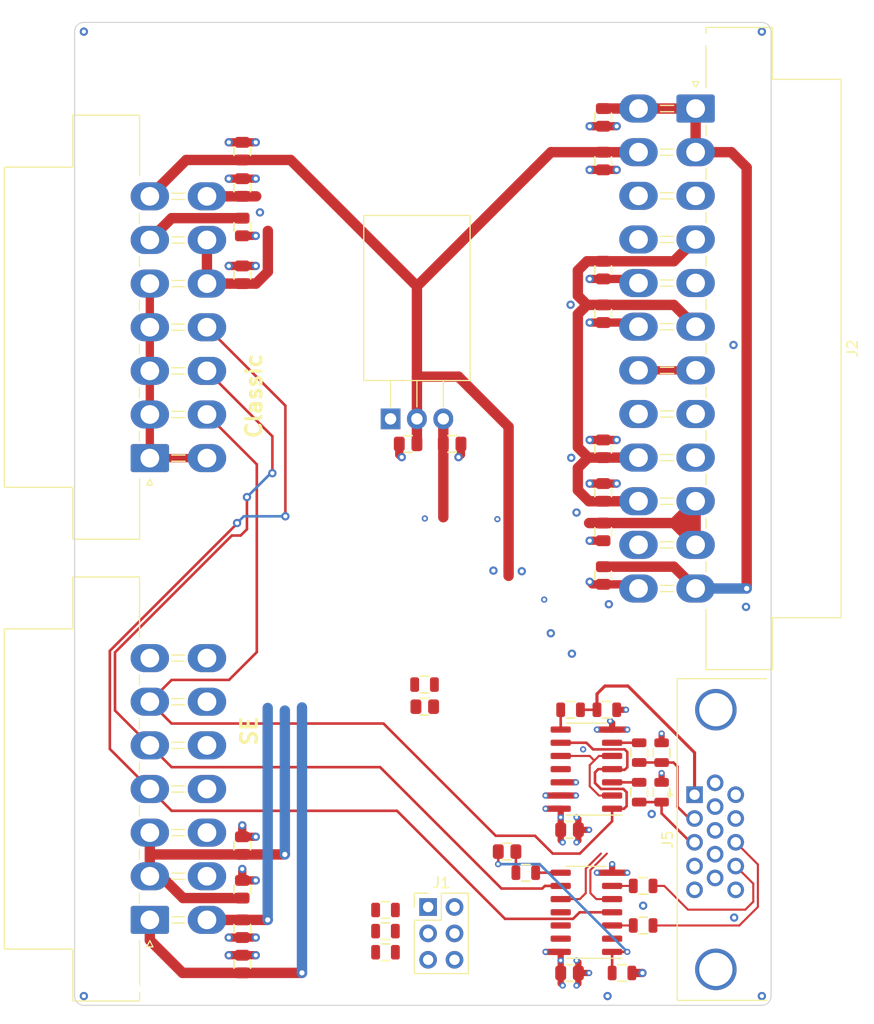
<source format=kicad_pcb>
(kicad_pcb (version 20221018) (generator pcbnew)
  (layers (0 "F.Cu" signal) (1 "In1.Cu" signal) (2 "In2.Cu" signal) (31 "B.Cu" signal) (34 "B.Paste" user) (35 "F.Paste" user) (36 "B.SilkS" user "B.Silkscreen") (37 "F.SilkS" user "F.Silkscreen") (38 "B.Mask" user) (39 "F.Mask" user) (44 "Edge.Cuts" user))
  (net 0 "")
  (net 1 "+12V")
  (net 2 "GND")
  (net 3 "+5V")
  (net 4 "+3V3")
  (net 5 "-12V")
  (net 6 "-5V")
  (net 7 "/HSx")
  (net 8 "/VSx")
  (net 9 "/PWR_OK")
  (net 10 "+5VP")
  (net 11 "Net-(C17-Pad1)")
  (net 12 "/HSf")
  (net 13 "/Ci")
  (net 14 "/HSi")
  (net 15 "/VSi")
  (net 16 "/Ro")
  (net 17 "/Go")
  (net 18 "/Bo")
  (net 19 "/HSo")
  (net 20 "/VSo")
  (net 21 "Net-(R4-Pad1)")
  (net 22 "Net-(R5-Pad1)")
  (net 23 "Net-(R6-Pad1)")
  (net 24 "Net-(R8-Pad1)")
  (net 25 "Net-(R10-Pad1)")
  (net 26 "/Cx")
  (net 30 "Net-(R12-Pad1)")
  (net 31 "/~{POR}")
  (net 32 "/~{PS_ON}")
  (net 33 "/AUDIO")
  (net 34 "/PBL")
  (footprint "stdpads:C_0805" (layer "F.Cu") (at 106.26 175.8315)
    (fp_text reference "C10")
    (fp_text value "10u")
  )
  (footprint "stdpads:TO-220-3_Horizontal_TabDown" (layer "F.Cu") (at 91.567 136.271)
    (fp_text reference "U1" hide)
    (fp_text value "LM7905_TO220")
  )
  (footprint "stdpads:PasteHole_1.152mm_NPTH" (layer "F.Cu") (at 61.2775 100.838)
    (fp_text reference "REF**")
    (fp_text value " " hide)
  )
  (footprint "stdpads:R_0805" (layer "F.Cu") (at 88.541 183.5485 180)
    (fp_text reference "R1")
    (fp_text value "2k2")
  )
  (footprint "stdpads:C_0805" (layer "F.Cu") (at 74.75 177.35 90)
    (fp_text reference "C23")
    (fp_text value "10u")
  )
  (footprint "stdpads:C_0805" (layer "F.Cu") (at 109.5 147.15 -90)
    (fp_text reference "C2")
    (fp_text value "10u")
  )
  (footprint "stdpads:Molex_Mini-Fit_Jr_5569-14A1_2x07_P4.20mm_Horizontal" (layer "F.Cu") (at 65.85 171.9 90)
    (fp_text reference "J4" hide)
    (fp_text value "Classic")
  )
  (footprint "stdpads:C_0805" (layer "F.Cu") (at 74.75 110.499999 -90)
    (fp_text reference "C12")
    (fp_text value "10u")
  )
  (footprint "stdpads:R_0805" (layer "F.Cu") (at 109.8525 164.2745 180)
    (fp_text reference "R7")
    (fp_text value "130")
  )
  (footprint "stdpads:C_0805" (layer "F.Cu") (at 109.5 126.15 -90)
    (fp_text reference "C7")
    (fp_text value "10u")
  )
  (footprint "stdpads:C_0805" (layer "F.Cu") (at 106.26 189.611)
    (fp_text reference "C16")
    (fp_text value "10u")
  )
  (footprint "Connector_Molex:Molex_Mini-Fit_Jr_5569-24A1_2x12_P4.20mm_Horizontal" (layer "F.Cu") (at 118.4 106.4 -90)
    (fp_text reference "J2")
    (fp_text value "ATX")
  )
  (footprint "stdpads:C_0805" (layer "F.Cu") (at 109.5 143.35 90)
    (fp_text reference "C4")
    (fp_text value "10u")
  )
  (footprint "stdpads:C_0805" (layer "F.Cu") (at 74.75 181.55 90)
    (fp_text reference "C22")
    (fp_text value "10u")
  )
  (footprint "Connector_PinHeader_2.54mm:PinHeader_2x03_P2.54mm_Vertical" (layer "F.Cu") (at 92.6465 183.261)
    (fp_text reference "J1")
    (fp_text value "XOR")
  )
  (footprint "stdpads:PasteHole_1.152mm_NPTH" (layer "F.Cu") (at 64.389 191.135)
    (fp_text reference "REF**")
    (fp_text value " " hide)
  )
  (footprint "stdpads:R_0805" (layer "F.Cu") (at 88.541 187.6125 180)
    (fp_text reference "R2")
    (fp_text value "2k2")
  )
  (footprint "stdpads:R_0805" (layer "F.Cu") (at 106.36 164.2745)
    (fp_text reference "R6")
    (fp_text value "150")
  )
  (footprint "stdpads:R_0805" (layer "F.Cu") (at 113.3475 181.229)
    (fp_text reference "R5")
    (fp_text value "47")
  )
  (footprint "stdpads:C_0805" (layer "F.Cu") (at 100.247 177.927 180)
    (fp_text reference "C17")
    (fp_text value "1n")
  )
  (footprint "stdpads:C_0805" (layer "F.Cu") (at 74.75 122.4 90)
    (fp_text reference "C6")
    (fp_text value "10u")
  )
  (footprint "stdpads:R_0805" (layer "F.Cu") (at 112.9665 168.3995 -90)
    (fp_text reference "R8")
    (fp_text value "150")
  )
  (footprint "stdpads:C_0805" (layer "F.Cu") (at 109.5 111.45 90)
    (fp_text reference "C13")
    (fp_text value "10u")
  )
  (footprint "stdpads:PasteHole_1.152mm_NPTH" (layer "F.Cu") (at 119.5705 99.7585)
    (fp_text reference "REF**")
    (fp_text value " " hide)
  )
  (footprint "stdpads:C_0805" (layer "F.Cu") (at 90.717 138.684)
    (fp_text reference "C11")
    (fp_text value "10u")
  )
  (footprint "stdpads:R_0805" (layer "F.Cu") (at 92.3 161.85)
    (fp_text reference "R14" hide)
    (fp_text value "22k" hide)
  )
  (footprint "stdpads:R_0805" (layer "F.Cu") (at 115.1255 172.2145 -90)
    (fp_text reference "R11")
    (fp_text value "130")
  )
  (footprint "stdpads:SOIC-14_3.9mm" (layer "F.Cu") (at 107.8865 183.769 90)
    (fp_text reference "U2")
    (fp_text value "74LVC86AD")
  )
  (footprint "Connector_Dsub:DSUB-15-HD_Female_Horizontal_P2.29x1.98mm_EdgePinOffset3.03mm_Housed_MountingHolesOffset4.94mm" (layer "F.Cu") (at 118.299669 172.45 90)
    (fp_text reference "J5")
    (fp_text value "VGA")
  )
  (footprint "stdpads:R_0805" (layer "F.Cu") (at 115.1255 168.4045 -90)
    (fp_text reference "R9")
    (fp_text value "130")
  )
  (footprint "stdpads:R_0805" (layer "F.Cu") (at 112.9665 172.2095 -90)
    (fp_text reference "R10")
    (fp_text value "150")
  )
  (footprint "stdpads:PasteHole_1.152mm_NPTH" (layer "F.Cu") (at 123.952 189.2935)
    (fp_text reference "REF**")
    (fp_text value " " hide)
  )
  (footprint "stdpads:R_0805" (layer "F.Cu") (at 113.3475 185.039)
    (fp_text reference "R4")
    (fp_text value "47")
  )
  (footprint "stdpads:R_0805" (layer "F.Cu") (at 88.5385 185.5825 180)
    (fp_text reference "R3")
    (fp_text value "2k2")
  )
  (footprint "stdpads:C_0805" (layer "F.Cu") (at 74.75 188.75 90)
    (fp_text reference "C19")
    (fp_text value "10u")
  )
  (footprint "stdpads:C_0805" (layer "F.Cu") (at 94.957 138.684 180)
    (fp_text reference "C14")
    (fp_text value "10u")
  )
  (footprint "stdpads:R_0805" (layer "F.Cu") (at 102.047 179.959 180)
    (fp_text reference "R12")
    (fp_text value "47")
  )
  (footprint "stdpads:C_0805" (layer "F.Cu") (at 109.5 107.25 -90)
    (fp_text reference "C9")
    (fp_text value "10u")
  )
  (footprint "stdpads:R_0805" (layer "F.Cu") (at 111.313 189.611 180)
    (fp_text reference "R13")
    (fp_text value "2k2")
  )
  (footprint "stdpads:C_0805" (layer "F.Cu") (at 109.5 121.95 -90)
    (fp_text reference "C5")
    (fp_text value "10u")
  )
  (footprint "stdpads:C_0805" (layer "F.Cu") (at 92.32039 163.978098)
    (fp_text reference "C18" hide)
    (fp_text value "10u" hide)
  )
  (footprint "stdpads:C_0805" (layer "F.Cu") (at 74.75 117.8 90)
    (fp_text reference "C15")
    (fp_text value "10u")
  )
  (footprint "stdpads:C_0805" (layer "F.Cu") (at 109.5 139.15 90)
    (fp_text reference "C3")
    (fp_text value "10u")
  )
  (footprint "stdpads:Molex_Mini-Fit_Jr_5569-14A1_2x07_P4.20mm_Horizontal" (layer "F.Cu") (at 65.85 127.45 90)
    (fp_text reference "J3" hide)
    (fp_text value "SE")
  )
  (footprint "stdpads:C_0805" (layer "F.Cu") (at 109.5 151.35 -90)
    (fp_text reference "C8")
    (fp_text value "10u")
  )
  (footprint "stdpads:C_0805" (layer "F.Cu") (at 74.75 114 90)
    (fp_text reference "C1")
    (fp_text value "10u")
  )
  (footprint "stdpads:SOIC-14_3.9mm" (layer "F.Cu") (at 107.8865 169.9895 90)
    (fp_text reference "U3")
    (fp_text value "74LVC86AD")
  )
  (footprint "stdpads:C_0805" (layer "F.Cu") (at 74.75 185.35 90)
    (fp_text reference "C20")
    (fp_text value "10u")
  )
  (gr_arc (start 125.6665 191.8335) (mid 125.406118 192.462118) (end 124.7775 192.7225) (stroke (width 0.1)) (layer "Edge.Cuts"))
  (gr_arc (start 124.7775 98.1075) (mid 125.406118 98.367882) (end 125.6665 98.9965) (stroke (width 0.1)) (layer "Edge.Cuts"))
  (gr_line (start 59.4995 98.1075) (end 124.7775 98.1075) (stroke (width 0.1)) (layer "Edge.Cuts"))
  (gr_arc (start 59.4995 192.7225) (mid 58.870882 192.462118) (end 58.6105 191.8335) (stroke (width 0.1)) (layer "Edge.Cuts"))
  (gr_line (start 59.4995 192.7225) (end 124.7775 192.7225) (stroke (width 0.1)) (layer "Edge.Cuts"))
  (gr_line (start 125.6665 191.8335) (end 125.6665 98.9965) (stroke (width 0.1)) (layer "Edge.Cuts"))
  (gr_arc (start 58.6105 98.9965) (mid 58.870882 98.367882) (end 59.4995 98.1075) (stroke (width 0.1)) (layer "Edge.Cuts"))
  (gr_line (start 58.6105 191.8335) (end 58.6105 98.9965) (stroke (width 0.1)) (layer "Edge.Cuts"))
  (gr_text "SE" (at 76.3 167.9 90) (layer "F.SilkS") (effects (font (size 1.5 1.5) (thickness 0.3) bold) (justify left bottom)))
  (gr_text "Classic" (at 76.75 138.3 90) (layer "F.SilkS") (effects (font (size 1.5 1.5) (thickness 0.3) bold) (justify left bottom)))
  (segment (start 117.15 146.3) (end 118.4 146.3) (width 1) (layer "F.Cu") (net 1))
  (segment (start 109.5 146.3) (end 116.3 146.3) (width 1) (layer "F.Cu") (net 1))
  (segment (start 74.75 189.6) (end 80.5 189.6) (width 1) (layer "F.Cu") (net 1))
  (segment (start 116.3 146.3) (end 118.4 148.4) (width 1) (layer "F.Cu") (net 1))
  (segment (start 117.15 146.3) (end 117.9 147.05) (width 1) (layer "F.Cu") (net 1))
  (segment (start 116.3 146.3) (end 118.4 144.2) (width 1) (layer "F.Cu") (net 1))
  (segment (start 76.0945 114.85) (end 74.75 114.85) (width 1) (layer "F.Cu") (net 1))
  (segment (start 116.3 146.3) (end 117.15 146.3) (width 1) (layer "F.Cu") (net 1))
  (segment (start 118.4 144.2) (end 118.4 146.3) (width 1) (layer "F.Cu") (net 1))
  (segment (start 65.85 184.5) (end 65.85 186.45) (width 1) (layer "F.Cu") (net 1))
  (segment (start 109.5 146.3) (end 108.1445 146.3) (width 1) (layer "F.Cu") (net 1))
  (segment (start 74.75 114.85) (end 71.35 114.85) (width 1) (layer "F.Cu") (net 1))
  (segment (start 65.85 186.45) (end 69 189.6) (width 1) (layer "F.Cu") (net 1))
  (segment (start 69 189.6) (end 74.75 189.6) (width 1) (layer "F.Cu") (net 1))
  (segment (start 118.4 146.3) (end 118.4 148.4) (width 1) (layer "F.Cu") (net 1))
  (segment (start 117.15 146.3) (end 117.9 145.55) (width 1) (layer "F.Cu") (net 1))
  (via (at 80.5 189.6) (size 1) (drill 0.5) (layers "F.Cu" "B.Cu") (net 1))
  (segment (start 80.5 189.6) (end 80.5 164.05) (width 1) (layer "B.Cu") (net 1))
  (segment (start 110.8025 164.2745) (end 111.6965 164.2745) (width 0.6) (layer "F.Cu") (net 2))
  (segment (start 95.807 139.7145) (end 95.5675 139.954) (width 0.8) (layer "F.Cu") (net 2))
  (segment (start 74.75 113.15) (end 76.05 113.15) (width 0.8) (layer "F.Cu") (net 2))
  (segment (start 105.4115 171.2595) (end 106.8705 171.2595) (width 0.6) (layer "F.Cu") (net 2))
  (segment (start 109.5 142.5) (end 108.2 142.5) (width 0.8) (layer "F.Cu") (net 2))
  (segment (start 109.5 138.3) (end 108.2 138.3) (width 0.8) (layer "F.Cu") (net 2))
  (segment (start 74.75 118.65) (end 76.05 118.65) (width 0.8) (layer "F.Cu") (net 2))
  (segment (start 107.11 176.862) (end 106.934 177.038) (width 0.6) (layer "F.Cu") (net 2))
  (segment (start 74.75 176.5) (end 74.75 175.4) (width 0.8) (layer "F.Cu") (net 2))
  (segment (start 107.11 189.611) (end 107.11 190.6415) (width 0.6) (layer "F.Cu") (net 2))
  (segment (start 109.5 108.1) (end 110.8 108.1) (width 0.8) (layer "F.Cu") (net 2))
  (segment (start 74.75 186.2) (end 73.45 186.2) (width 0.8) (layer "F.Cu") (net 2))
  (segment (start 110.3615 179.959) (end 111.8235 179.959) (width 0.6) (layer "F.Cu") (net 2))
  (segment (start 109.5 112.3) (end 110.8 112.3) (width 0.8) (layer "F.Cu") (net 2))
  (segment (start 110.3615 179.135) (end 110.363 179.1335) (width 0.6) (layer "F.Cu") (net 2))
  (segment (start 109.5 127) (end 108.2 127) (width 0.8) (layer "F.Cu") (net 2))
  (segment (start 110.3615 179.959) (end 110.3615 179.135) (width 0.6) (layer "F.Cu") (net 2))
  (segment (start 89.867 138.684) (end 89.867 139.7145) (width 0.8) (layer "F.Cu") (net 2))
  (segment (start 65.85 131.65) (end 65.85 127.45) (width 0.8) (layer "F.Cu") (net 2))
  (segment (start 110.3615 166.1795) (end 110.3615 165.543) (width 0.6) (layer "F.Cu") (net 2))
  (segment (start 65.85 135.85) (end 65.85 131.65) (width 0.8) (layer "F.Cu") (net 2))
  (segment (start 109.5 142.5) (end 110.8 142.5) (width 0.8) (layer "F.Cu") (net 2))
  (segment (start 74.75 180.7) (end 74.75 179.6) (width 0.8) (layer "F.Cu") (net 2))
  (segment (start 112.5 152.2) (end 112.9 152.6) (width 0.8) (layer "F.Cu") (net 2))
  (segment (start 71.35 140.05) (end 65.85 140.05) (width 0.8) (layer "F.Cu") (net 2))
  (segment (start 108.4485 152.2) (end 108.204 151.9555) (width 0.8) (layer "F.Cu") (net 2))
  (segment (start 112.5 127) (end 112.9 127.4) (width 0.8) (layer "F.Cu") (net 2))
  (segment (start 105.4115 172.5295) (end 103.9495 172.5295) (width 0.6) (layer "F.Cu") (net 2))
  (segment (start 65.85 140.05) (end 65.85 135.85) (width 0.8) (layer "F.Cu") (net 2))
  (segment (start 74.75 187.9) (end 76.05 187.9) (width 0.8) (layer "F.Cu") (net 2))
  (segment (start 115.1255 167.4545) (end 115.1255 166.5605) (width 0.6) (layer "F.Cu") (net 2))
  (segment (start 89.867 139.7145) (end 90.1065 139.954) (width 0.8) (layer "F.Cu") (net 2))
  (segment (start 109.5 127) (end 112.5 127) (width 0.8) (layer "F.Cu") (net 2))
  (segment (start 118.4 131.6) (end 112.9 131.6) (width 0.8) (layer "F.Cu") (net 2))
  (segment (start 109.5 122.8) (end 108.2 122.8) (width 0.8) (layer "F.Cu") (net 2))
  (segment (start 74.75 109.649999) (end 76.05 109.65) (width 0.8) (layer "F.Cu") (net 2))
  (segment (start 109.5 152.2) (end 112.5 152.2) (width 0.8) (layer "F.Cu") (net 2))
  (segment (start 65.85 123.25) (end 65.85 127.45) (width 0.8) (layer "F.Cu") (net 2))
  (segment (start 107.11 174.801) (end 106.934 174.625) (width 0.6) (layer "F.Cu") (net 2))
  (segment (start 74.75 180.7) (end 76.05 180.7) (width 0.8) (layer "F.Cu") (net 2))
  (segment (start 74.75 109.649999) (end 73.45 109.65) (width 0.8) (layer "F.Cu") (net 2))
  (segment (start 110.3615 166.1795) (end 111.8235 166.1795) (width 0.6) (layer "F.Cu") (net 2))
  (segment (start 112.5 122.8) (end 112.9 123.2) (width 0.8) (layer "F.Cu") (net 2))
  (segment (start 74.75 176.5) (end 76.05 176.5) (width 0.8) (layer "F.Cu") (net 2))
  (segment (start 109.5 112.3) (end 108.2 112.3) (width 0.8) (layer "F.Cu") (net 2))
  (segment (start 110.3615 165.543) (end 110.1725 165.354) (width 0.6) (layer "F.Cu") (net 2))
  (segment (start 107.11 189.611) (end 108.1405 189.611) (width 0.6) (layer "F.Cu") (net 2))
  (segment (start 110.3615 179.959) (end 108.9025 179.959) (width 0.6) (layer "F.Cu") (net 2))
  (segment (start 74.75 187.9) (end 73.45 187.9) (width 0.8) (layer "F.Cu") (net 2))
  (segment (start 109.5 138.3) (end 110.8 138.3) (width 0.8) (layer "F.Cu") (net 2))
  (segment (start 107.11 175.8315) (end 108.1405 175.8315) (width 0.6) (layer "F.Cu") (net 2))
  (segment (start 109.5 152.2) (end 108.4485 152.2) (width 0.8) (layer "F.Cu") (net 2))
  (segment (start 107.11 175.8315) (end 107.11 176.862) (width 0.6) (layer "F.Cu") (net 2))
  (segment (start 95.807 138.684) (end 95.807 139.7145) (width 0.8) (layer "F.Cu") (net 2))
  (segment (start 107.11 189.611) (end 107.11 188.5805) (width 0.6) (layer "F.Cu") (net 2))
  (segment (start 105.4115 172.5295) (end 106.8705 172.5295) (width 0.6) (layer "F.Cu") (net 2))
  (segment (start 109.5 122.8) (end 112.5 122.8) (width 0.8) (layer "F.Cu") (net 2))
  (segment (start 107.11 190.6415) (end 106.934 190.8175) (width 0.6) (layer "F.Cu") (net 2))
  (segment (start 109.5 148) (end 108.2 148) (width 0.8) (layer "F.Cu") (net 2))
  (segment (start 74.75 186.2) (end 76.05 186.2) (width 0.8) (layer "F.Cu") (net 2))
  (segment (start 74.75 121.55) (end 76.05 121.55) (width 0.8) (layer "F.Cu") (net 2))
  (segment (start 74.75 121.55) (end 73.45 121.55) (width 0.8) (layer "F.Cu") (net 2))
  (segment (start 107.11 175.8315) (end 107.11 174.801) (width 0.6) (layer "F.Cu") (net 2))
  (segment (start 109.5 108.1) (end 108.2 108.1) (width 0.8) (layer "F.Cu") (net 2))
  (segment (start 110.3615 166.1795) (end 108.9025 166.1795) (width 0.6) (layer "F.Cu") (net 2))
  (segment (start 74.75 113.15) (end 73.45 113.15) (width 0.8) (layer "F.Cu") (net 2))
  (segment (start 115.1255 171.2645) (end 115.1255 170.3705) (width 0.6) (layer "F.Cu") (net 2))
  (segment (start 107.11 188.5805) (end 106.934 188.4045) (width 0.6) (layer "F.Cu") (net 2))
  (via (at 108.1405 189.611) (size 0.6) (drill 0.3) (layers "F.Cu" "B.Cu") (net 2))
  (via (at 76.05 187.9) (size 0.8) (drill 0.4) (layers "F.Cu" "B.Cu") (net 2))
  (via (at 110.1725 165.354) (size 0.6) (drill 0.3) (layers "F.Cu" "B.Cu") (net 2))
  (via (at 59.4995 191.8335) (size 0.8) (drill 0.4) (layers "F.Cu" "B.Cu") (net 2))
  (via (at 122.047 129.159) (size 0.8) (drill 0.4) (layers "F.Cu" "B.Cu") (net 2))
  (via (at 110.8 142.5) (size 0.8) (drill 0.4) (layers "F.Cu" "B.Cu") (net 2))
  (via (at 108.2 122.8) (size 0.8) (drill 0.4) (layers "F.Cu" "B.Cu") (net 2))
  (via (at 111.8235 179.959) (size 0.6) (drill 0.3) (layers "F.Cu" "B.Cu") (net 2))
  (via (at 108.204 151.9555) (size 0.8) (drill 0.4) (layers "F.Cu" "B.Cu") (net 2))
  (via (at 106.8705 172.5295) (size 0.6) (drill 0.3) (layers "F.Cu" "B.Cu") (net 2))
  (via (at 110.363 179.1335) (size 0.6) (drill 0.3) (layers "F.Cu" "B.Cu") (net 2))
  (via (at 108.9025 179.959) (size 0.6) (drill 0.3) (layers "F.Cu" "B.Cu") (net 2))
  (via (at 101.6635 150.9395) (size 0.8) (drill 0.4) (layers "F.Cu" "B.Cu") (net 2))
  (via (at 110.0455 154.1145) (size 0.8) (drill 0.4) (layers "F.Cu" "B.Cu") (net 2))
  (via (at 73.45 186.2) (size 0.8) (drill 0.4) (layers "F.Cu" "B.Cu") (net 2))
  (via (at 106.934 174.625) (size 0.6) (drill 0.3) (layers "F.Cu" "B.Cu") (net 2))
  (via (at 124.7775 98.9965) (size 0.8) (drill 0.4) (layers "F.Cu" "B.Cu") (net 2))
  (via (at 99.314 145.923) (size 0.6) (drill 0.3) (layers "F.Cu" "B.Cu") (net 2))
  (via (at 108.2 127) (size 0.8) (drill 0.4) (layers "F.Cu" "B.Cu") (net 2))
  (via (at 106.934 177.038) (size 0.6) (drill 0.3) (layers "F.Cu" "B.Cu") (net 2))
  (via (at 106.934 190.8175) (size 0.6) (drill 0.3) (layers "F.Cu" "B.Cu") (net 2))
  (via (at 76.05 186.2) (size 0.8) (drill 0.4) (layers "F.Cu" "B.Cu") (net 2))
  (via (at 108.2 142.5) (size 0.8) (drill 0.4) (layers "F.Cu" "B.Cu") (net 2))
  (via (at 109.9185 191.8335) (size 0.8) (drill 0.4) (layers "F.Cu" "B.Cu") (net 2))
  (via (at 92.329 145.8595) (size 0.6) (drill 0.3) (layers "F.Cu" "B.Cu") (net 2))
  (via (at 106.8705 171.2595) (size 0.6) (drill 0.3) (layers "F.Cu" "B.Cu") (net 2))
  (via (at 74.75 179.6) (size 0.8) (drill 0.4) (layers "F.Cu" "B.Cu") (net 2))
  (via (at 108.2 148) (size 0.8) (drill 0.4) (layers "F.Cu" "B.Cu") (net 2))
  (via (at 73.45 187.9) (size 0.8) (drill 0.4) (layers "F.Cu" "B.Cu") (net 2))
  (via (at 106.4895 158.877) (size 0.8) (drill 0.4) (layers "F.Cu" "B.Cu") (net 2))
  (via (at 106.426 140.0175) (size 0.8) (drill 0.4) (layers "F.Cu" "B.Cu") (net 2))
  (via (at 108.2 112.3) (size 0.8) (drill 0.4) (layers "F.Cu" "B.Cu") (net 2))
  (via (at 76.05 109.65) (size 0.8) (drill 0.4) (layers "F.Cu" "B.Cu") (net 2))
  (via (at 108.2 108.1) (size 0.8) (drill 0.4) (layers "F.Cu" "B.Cu") (net 2))
  (via (at 73.45 121.55) (size 0.8) (drill 0.4) (layers "F.Cu" "B.Cu") (net 2))
  (via (at 95.5675 139.954) (size 0.8) (drill 0.4) (layers "F.Cu" "B.Cu") (net 2))
  (via (at 122.1105 184.277) (size 0.8) (drill 0.4) (layers "F.Cu" "B.Cu") (net 2))
  (via (at 115.1255 166.5605) (size 0.6) (drill 0.3) (layers "F.Cu" "B.Cu") (net 2))
  (via (at 76.05 113.15) (size 0.8) (drill 0.4) (layers "F.Cu" "B.Cu") (net 2))
  (via (at 108.2 138.3) (size 0.8) (drill 0.4) (layers "F.Cu" "B.Cu") (net 2))
  (via (at 106.934 188.4045) (size 0.6) (drill 0.3) (layers "F.Cu" "B.Cu") (net 2))
  (via (at 106.934 145.288) (size 0.8) (drill 0.4) (layers "F.Cu" "B.Cu") (net 2))
  (via (at 123.2535 154.3685) (size 0.8) (drill 0.4) (layers "F.Cu" "B.Cu") (net 2))
  (via (at 111.8235 166.1795) (size 0.6) (drill 0.3) (layers "F.Cu" "B.Cu") (net 2))
  (via (at 106.3625 125.2855) (size 0.8) (drill 0.4) (layers "F.Cu" "B.Cu") (net 2))
  (via (at 108.9025 166.1795) (size 0.6) (drill 0.3) (layers "F.Cu" "B.Cu") (net 2))
  (via (at 76.05 176.5) (size 0.8) (drill 0.4) (layers "F.Cu" "B.Cu") (net 2))
  (via (at 59.4995 98.9965) (size 0.8) (drill 0.4) (layers "F.Cu" "B.Cu") (net 2))
  (via (at 114.173 174.3075) (size 0.8) (drill 0.4) (layers "F.Cu" "B.Cu") (net 2))
  (via (at 90.1065 139.954) (size 0.8) (drill 0.4) (layers "F.Cu" "B.Cu") (net 2))
  (via (at 111.6965 164.2745) (size 0.6) (drill 0.3) (layers "F.Cu" "B.Cu") (net 2))
  (via (at 76.05 121.55) (size 0.8) (drill 0.4) (layers "F.Cu" "B.Cu") (net 2))
  (via (at 108.1405 175.8315) (size 0.6) (drill 0.3) (layers "F.Cu" "B.Cu") (net 2))
  (via (at 103.8225 153.67) (size 0.6) (drill 0.3) (layers "F.Cu" "B.Cu") (net 2))
  (via (at 110.8 108.1) (size 0.8) (drill 0.4) (layers "F.Cu" "B.Cu") (net 2))
  (via (at 76.05 180.7) (size 0.8) (drill 0.4) (layers "F.Cu" "B.Cu") (net 2))
  (via (at 124.7775 191.8335) (size 0.8) (drill 0.4) (layers "F.Cu" "B.Cu") (net 2))
  (via (at 110.8 138.3) (size 0.8) (drill 0.4) (layers "F.Cu" "B.Cu") (net 2))
  (via (at 110.8 112.3) (size 0.8) (drill 0.4) (layers "F.Cu" "B.Cu") (net 2))
  (via (at 74.75 175.4) (size 0.8) (drill 0.4) (layers "F.Cu" "B.Cu") (net 2))
  (via (at 103.9495 172.5295) (size 0.6) (drill 0.3) (layers "F.Cu" "B.Cu") (net 2))
  (via (at 76.05 118.65) (size 0.8) (drill 0.4) (layers "F.Cu" "B.Cu") (net 2))
  (via (at 113.3475 183.134) (size 0.8) (drill 0.4) (layers "F.Cu" "B.Cu") (net 2))
  (via (at 76.454 116.3955) (size 0.8) (drill 0.4) (layers "F.Cu" "B.Cu") (net 2))
  (via (at 98.933 150.876) (size 0.8) (drill 0.4) (layers "F.Cu" "B.Cu") (net 2))
  (via (at 73.45 113.15) (size 0.8) (drill 0.4) (layers "F.Cu" "B.Cu") (net 2))
  (via (at 104.4575 156.9085) (size 0.8) (drill 0.4) (layers "F.Cu" "B.Cu") (net 2))
  (via (at 107.569 168.0845) (size 0.6) (drill 0.3) (layers "F.Cu" "B.Cu") (net 2))
  (via (at 115.1255 170.3705) (size 0.6) (drill 0.3) (layers "F.Cu" "B.Cu") (net 2))
  (via (at 73.45 109.65) (size 0.8) (drill 0.4) (layers "F.Cu" "B.Cu") (net 2))
  (segment (start 71.35 123.25) (end 71.35 119.05) (width 1) (layer "F.Cu") (net 3))
  (segment (start 112.263 189.611) (end 113.284 189.611) (width 0.8) (layer "F.Cu") (net 3))
  (segment (start 74.75 178.2) (end 65.85 178.2) (width 1) (layer "F.Cu") (net 3))
  (segment (start 109.5 121.1) (end 116.3 121.1) (width 1) (layer "F.Cu") (net 3))
  (segment (start 74.75 123.25) (end 71.35 123.25) (width 1) (layer "F.Cu") (net 3))
  (segment (start 76.0765 123.25) (end 74.75 123.25) (width 1) (layer "F.Cu") (net 3))
  (segment (start 69.05 182.4) (end 66.95 180.3) (width 1) (layer "F.Cu") (net 3))
  (segment (start 65.85 178.2) (end 65.85 176.1) (width 1) (layer "F.Cu") (net 3))
  (segment (start 65.85 180.3) (end 65.85 178.2) (width 1) (layer "F.Cu") (net 3))
  (segment (start 107.061 140.9985) (end 108.0595 140) (width 1) (layer "F.Cu") (net 3))
  (segment (start 109.5 140) (end 108.0595 140) (width 1) (layer "F.Cu") (net 3))
  (segment (start 77.216 118.1735) (end 77.216 122.1105) (width 1) (layer "F.Cu") (net 3))
  (segment (start 116.3 125.3) (end 118.4 127.4) (width 1) (layer "F.Cu") (net 3))
  (segment (start 77.216 122.1105) (end 76.0765 123.25) (width 1) (layer "F.Cu") (net 3))
  (segment (start 107.061 139.0015) (end 107.061 126.189) (width 1) (layer "F.Cu") (net 3))
  (segment (start 107.061 121.9835) (end 107.9445 121.1) (width 1) (layer "F.Cu") (net 3))
  (segment (start 109.5 144.2) (end 108.132 144.2) (width 1) (layer "F.Cu") (net 3))
  (segment (start 78.85 178.2) (end 74.75 178.2) (width 1) (layer "F.Cu") (net 3))
  (segment (start 107.9445 121.1) (end 109.5 121.1) (width 1) (layer "F.Cu") (net 3))
  (segment (start 66.95 180.3) (end 65.85 180.3) (width 1) (layer "F.Cu") (net 3))
  (segment (start 107.061 143.129) (end 107.061 140.9985) (width 1) (layer "F.Cu") (net 3))
  (segment (start 74.75 182.4) (end 69.05 182.4) (width 1) (layer "F.Cu") (net 3))
  (segment (start 109.5 140) (end 112.9 140) (width 1) (layer "F.Cu") (net 3))
  (segment (start 112.9 144.2) (end 109.5 144.2) (width 1) (layer "F.Cu") (net 3))
  (segment (start 107.061 126.189) (end 107.95 125.3) (width 1) (layer "F.Cu") (net 3))
  (segment (start 109.5 125.3) (end 107.95 125.3) (width 1) (layer "F.Cu") (net 3))
  (segment (start 116.3 121.1) (end 118.4 119) (width 1) (layer "F.Cu") (net 3))
  (segment (start 108.0595 140) (end 107.061 139.0015) (width 1) (layer "F.Cu") (net 3))
  (segment (start 107.061 124.411) (end 107.061 121.9835) (width 1) (layer "F.Cu") (net 3))
  (segment (start 107.95 125.3) (end 107.061 124.411) (width 1) (layer "F.Cu") (net 3))
  (segment (start 108.132 144.2) (end 107.061 143.129) (width 1) (layer "F.Cu") (net 3))
  (segment (start 109.5 125.3) (end 116.3 125.3) (width 1) (layer "F.Cu") (net 3))
  (via (at 113.284 189.611) (size 0.8) (drill 0.4) (layers "F.Cu" "B.Cu") (net 3))
  (via (at 78.85 178.2) (size 1) (drill 0.5) (layers "F.Cu" "B.Cu") (net 3))
  (segment (start 78.85 178.2) (end 78.85 164.35) (width 1) (layer "B.Cu") (net 3))
  (segment (start 109.5 150.5) (end 116.3 150.5) (width 1) (layer "F.Cu") (net 4))
  (segment (start 105.41 175.8315) (end 105.41 176.8475) (width 0.6) (layer "F.Cu") (net 4))
  (segment (start 105.41 189.611) (end 105.41 188.4045) (width 0.6) (layer "F.Cu") (net 4))
  (segment (start 105.4115 175.703) (end 105.41 175.7045) (width 0.6) (layer "F.Cu") (net 4))
  (segment (start 105.4115 187.579) (end 105.4115 188.403) (width 0.6) (layer "F.Cu") (net 4))
  (segment (start 105.4115 187.579) (end 103.9495 187.579) (width 0.6) (layer "F.Cu") (net 4))
  (segment (start 105.4115 173.7995) (end 103.9495 173.7995) (width 0.6) (layer "F.Cu") (net 4))
  (segment (start 123.317 112.0775) (end 121.8395 110.6) (width 1) (layer "F.Cu") (net 4))
  (segment (start 105.41 175.8315) (end 105.41 174.625) (width 0.6) (layer "F.Cu") (net 4))
  (segment (start 105.41 190.627) (end 105.6005 190.8175) (width 0.6) (layer "F.Cu") (net 4))
  (segment (start 105.41 176.8475) (end 105.6005 177.038) (width 0.6) (layer "F.Cu") (net 4))
  (segment (start 118.4 106.4) (end 112.9 106.4) (width 1) (layer "F.Cu") (net 4))
  (segment (start 105.4115 174.6235) (end 105.41 174.625) (width 0.6) (layer "F.Cu") (net 4))
  (segment (start 109.5 106.4) (end 112.9 106.4) (width 1) (layer "F.Cu") (net 4))
  (segment (start 105.41 189.611) (end 105.41 190.627) (width 0.6) (layer "F.Cu") (net 4))
  (segment (start 121.8395 110.6) (end 118.4 110.6) (width 1) (layer "F.Cu") (net 4))
  (segment (start 118.4 110.6) (end 118.4 106.4) (width 1) (layer "F.Cu") (net 4))
  (segment (start 105.4115 173.7995) (end 105.4115 174.6235) (width 0.6) (layer "F.Cu") (net 4))
  (segment (start 105.4115 188.403) (end 105.41 188.4045) (width 0.6) (layer "F.Cu") (net 4))
  (segment (start 123.317 152.6) (end 123.317 112.0775) (width 1) (layer "F.Cu") (net 4))
  (segment (start 116.3 150.5) (end 118.4 152.6) (width 1) (layer "F.Cu") (net 4))
  (via (at 123.317 152.6) (size 1) (drill 0.5) (layers "F.Cu" "B.Cu") (net 4))
  (via (at 103.9495 173.7995) (size 0.6) (drill 0.3) (layers "F.Cu" "B.Cu") (net 4))
  (via (at 105.6005 177.038) (size 0.6) (drill 0.3) (layers "F.Cu" "B.Cu") (net 4))
  (via (at 105.6005 190.8175) (size 0.6) (drill 0.3) (layers "F.Cu" "B.Cu") (net 4))
  (via (at 105.41 188.4045) (size 0.6) (drill 0.3) (layers "F.Cu" "B.Cu") (net 4))
  (via (at 105.41 174.625) (size 0.6) (drill 0.3) (layers "F.Cu" "B.Cu") (net 4))
  (via (at 103.9495 187.579) (size 0.6) (drill 0.3) (layers "F.Cu" "B.Cu") (net 4))
  (segment (start 123.317 152.6) (end 118.4 152.6) (width 1) (layer "B.Cu") (net 4))
  (segment (start 91.567 123.5075) (end 104.4745 110.6) (width 1) (layer "F.Cu") (net 5))
  (segment (start 95.5675 132.207) (end 100.3935 137.033) (width 1) (layer "F.Cu") (net 5))
  (segment (start 79.409499 111.349999) (end 74.75 111.349999) (width 1) (layer "F.Cu") (net 5))
  (segment (start 112.9 110.6) (end 109.5 110.6) (width 1) (layer "F.Cu") (net 5))
  (segment (start 77.2 184.5) (end 74.75 184.5) (width 1) (layer "F.Cu") (net 5))
  (segment (start 69.350001 111.349999) (end 65.85 114.85) (width 1) (layer "F.Cu") (net 5))
  (segment (start 100.3935 137.033) (end 100.3935 151.384) (width 1) (layer "F.Cu") (net 5))
  (segment (start 74.75 111.349999) (end 69.350001 111.349999) (width 1) (layer "F.Cu") (net 5))
  (segment (start 91.567 132.207) (end 95.5675 132.207) (width 1) (layer "F.Cu") (net 5))
  (segment (start 91.567 136.271) (end 91.567 132.207) (width 1) (layer "F.Cu") (net 5))
  (segment (start 104.4745 110.6) (end 109.5 110.6) (width 1) (layer "F.Cu") (net 5))
  (segment (start 91.567 123.5075) (end 79.409499 111.349999) (width 1) (layer "F.Cu") (net 5))
  (segment (start 91.567 132.207) (end 91.567 123.5075) (width 1) (layer "F.Cu") (net 5))
  (segment (start 91.567 136.271) (end 91.567 138.684) (width 1) (layer "F.Cu") (net 5))
  (segment (start 74.75 184.5) (end 71.35 184.5) (width 1) (layer "F.Cu") (net 5))
  (via (at 77.2 184.5) (size 1) (drill 0.5) (layers "F.Cu" "B.Cu") (net 5))
  (segment (start 77.2 184.5) (end 77.2 164.1) (width 1) (layer "B.Cu") (net 5))
  (segment (start 67.95 116.95) (end 65.85 119.05) (width 1) (layer "F.Cu") (net 6))
  (segment (start 74.75 116.95) (end 67.95 116.95) (width 1) (layer "F.Cu") (net 6))
  (segment (start 94.107 136.271) (end 94.107 138.684) (width 1) (layer "F.Cu") (net 6))
  (segment (start 94.107 138.684) (end 94.107 145.743) (width 1) (layer "F.Cu") (net 6))
  (segment (start 107.823 179.959) (end 107.823 179.578) (width 0.2) (layer "F.Cu") (net 7))
  (segment (start 107.823 181.9275) (end 107.823 179.959) (width 0.2) (layer "F.Cu") (net 7))
  (segment (start 107.823 179.578) (end 109.2835 178.1175) (width 0.2) (layer "F.Cu") (net 7))
  (segment (start 107.569 182.1815) (end 107.823 181.9275) (width 0.2) (layer "F.Cu") (net 7))
  (segment (start 105.4115 182.499) (end 107.2515 182.499) (width 0.2) (layer "F.Cu") (net 7))
  (segment (start 107.2515 182.499) (end 107.569 182.1815) (width 0.2) (layer "F.Cu") (net 7))
  (segment (start 108.2675 179.705) (end 109.855 178.1175) (width 0.2) (layer "F.Cu") (net 8))
  (segment (start 108.2675 179.7685) (end 108.2675 179.705) (width 0.2) (layer "F.Cu") (net 8))
  (segment (start 108.585 182.245) (end 108.2675 181.9275) (width 0.2) (layer "F.Cu") (net 8))
  (segment (start 108.839 182.499) (end 108.585 182.245) (width 0.2) (layer "F.Cu") (net 8))
  (segment (start 108.2675 181.9275) (end 108.2675 179.7685) (width 0.2) (layer "F.Cu") (net 8))
  (segment (start 110.3615 182.499) (end 108.839 182.499) (width 0.2) (layer "F.Cu") (net 8))
  (segment (start 101.097 179.959) (end 101.097 177.927) (width 0.25) (layer "F.Cu") (net 11))
  (segment (start 110.363 187.5805) (end 110.3615 187.579) (width 0.25) (layer "F.Cu") (net 12))
  (segment (start 99.397 179.119) (end 99.3825 179.1335) (width 0.25) (layer "F.Cu") (net 12))
  (segment (start 99.397 177.927) (end 99.397 179.119) (width 0.25) (layer "F.Cu") (net 12))
  (segment (start 110.363 189.611) (end 110.363 187.5805) (width 0.25) (layer "F.Cu") (net 12))
  (segment (start 110.3615 187.579) (end 111.8235 187.579) (width 0.25) (layer "F.Cu") (net 12))
  (via (at 111.8235 187.579) (size 0.6) (drill 0.3) (layers "F.Cu" "B.Cu") (net 12))
  (via (at 99.3825 179.1335) (size 0.6) (drill 0.3) (layers "F.Cu" "B.Cu") (net 12))
  (segment (start 99.3825 179.1335) (end 103.378 179.1335) (width 0.25) (layer "B.Cu") (net 12))
  (segment (start 103.378 179.1335) (end 111.8235 187.579) (width 0.25) (layer "B.Cu") (net 12))
  (segment (start 67.95 161.4) (end 65.85 163.5) (width 0.25) (layer "F.Cu") (net 13))
  (segment (start 111.8235 169.799) (end 111.5695 170.053) (width 0.25) (layer "F.Cu") (net 13))
  (segment (start 107.8865 167.4495) (end 108.5215 168.0845) (width 0.25) (layer "F.Cu") (net 13))
  (segment (start 110.3615 175.0075) (end 110.3615 173.7995) (width 0.25) (layer "F.Cu") (net 13))
  (segment (start 105.4115 167.4495) (end 107.8865 167.4495) (width 0.25) (layer "F.Cu") (net 13))
  (segment (start 111.4425 171.8945) (end 111.76 172.212) (width 0.25) (layer "F.Cu") (net 13))
  (segment (start 67.95 165.6) (end 88.35 165.6) (width 0.25) (layer "F.Cu") (net 13))
  (segment (start 109.0295 169.9895) (end 108.712 170.307) (width 0.25) (layer "F.Cu") (net 13))
  (segment (start 111.5695 168.0845) (end 111.8235 168.3385) (width 0.25) (layer "F.Cu") (net 13))
  (segment (start 99.153 176.403) (end 102.9335 176.403) (width 0.25) (layer "F.Cu") (net 13))
  (segment (start 111.506 173.7995) (end 110.3615 173.7995) (width 0.25) (layer "F.Cu") (net 13))
  (segment (start 109.2835 171.8945) (end 111.4425 171.8945) (width 0.25) (layer "F.Cu") (net 13))
  (segment (start 88.35 165.6) (end 99.153 176.403) (width 0.25) (layer "F.Cu") (net 13))
  (segment (start 110.3615 169.9895) (end 109.0295 169.9895) (width 0.25) (layer "F.Cu") (net 13))
  (segment (start 111.76 173.5455) (end 111.506 173.7995) (width 0.25) (layer "F.Cu") (net 13))
  (segment (start 111.76 172.212) (end 111.76 173.5455) (width 0.25) (layer "F.Cu") (net 13))
  (segment (start 65.85 163.5) (end 67.95 165.6) (width 0.25) (layer "F.Cu") (net 13))
  (segment (start 108.712 171.323) (end 109.2835 171.8945) (width 0.25) (layer "F.Cu") (net 13))
  (segment (start 111.8235 168.3385) (end 111.8235 169.799) (width 0.25) (layer "F.Cu") (net 13))
  (segment (start 108.712 170.307) (end 108.712 171.323) (width 0.25) (layer "F.Cu") (net 13))
  (segment (start 71.35 135.85) (end 76.15 140.65) (width 0.25) (layer "F.Cu") (net 13))
  (segment (start 76.15 140.65) (end 76.15 158.725) (width 0.25) (layer "F.Cu") (net 13))
  (segment (start 107.2515 178.1175) (end 110.3615 175.0075) (width 0.25) (layer "F.Cu") (net 13))
  (segment (start 104.648 178.1175) (end 107.2515 178.1175) (width 0.25) (layer "F.Cu") (net 13))
  (segment (start 108.5215 168.0845) (end 111.5695 168.0845) (width 0.25) (layer "F.Cu") (net 13))
  (segment (start 110.425 170.053) (end 110.3615 169.9895) (width 0.25) (layer "F.Cu") (net 13))
  (segment (start 111.5695 170.053) (end 110.425 170.053) (width 0.25) (layer "F.Cu") (net 13))
  (segment (start 73.475 161.4) (end 67.95 161.4) (width 0.25) (layer "F.Cu") (net 13))
  (segment (start 76.15 158.725) (end 73.475 161.4) (width 0.25) (layer "F.Cu") (net 13))
  (segment (start 102.9335 176.403) (end 104.648 178.1175) (width 0.25) (layer "F.Cu") (net 13))
  (segment (start 88.025 169.8) (end 99.708 181.483) (width 0.25) (layer "F.Cu") (net 14))
  (segment (start 62.5 158.75) (end 65.25 156) (width 0.25) (layer "F.Cu") (net 14))
  (segment (start 77.65 137.95) (end 77.65 141.5) (width 0.25) (layer "F.Cu") (net 14))
  (segment (start 75.2 146.9) (end 75.2 143.8) (width 0.25) (layer "F.Cu") (net 14))
  (segment (start 74.6 147.5) (end 75.2 146.9) (width 0.25) (layer "F.Cu") (net 14))
  (segment (start 71.35 131.65) (end 77.65 137.95) (width 0.25) (layer "F.Cu") (net 14))
  (segment (start 99.708 181.483) (end 103.632 181.483) (width 0.25) (layer "F.Cu") (net 14))
  (segment (start 65.85 167.7) (end 62.5 164.35) (width 0.25) (layer "F.Cu") (net 14))
  (segment (start 65.25 156) (end 73.75 147.5) (width 0.25) (layer "F.Cu") (net 14))
  (segment (start 65.85 167.7) (end 67.95 169.8) (width 0.25) (layer "F.Cu") (net 14))
  (segment (start 73.75 147.5) (end 74.6 147.5) (width 0.25) (layer "F.Cu") (net 14))
  (segment (start 67.95 169.8) (end 88.025 169.8) (width 0.25) (layer "F.Cu") (net 14))
  (segment (start 62.5 164.35) (end 62.5 158.75) (width 0.25) (layer "F.Cu") (net 14))
  (segment (start 103.632 181.483) (end 103.886 181.229) (width 0.25) (layer "F.Cu") (net 14))
  (segment (start 103.886 181.229) (end 105.4115 181.229) (width 0.25) (layer "F.Cu") (net 14))
  (via (at 75.2 143.8) (size 0.8) (drill 0.4) (layers "F.Cu" "B.Cu") (net 14))
  (via (at 77.65 141.5) (size 0.8) (drill 0.4) (layers "F.Cu" "B.Cu") (net 14))
  (segment (start 75.2 143.8) (end 77.5 141.5) (width 0.25) (layer "B.Cu") (net 14))
  (segment (start 77.5 141.5) (end 77.65 141.5) (width 0.25) (layer "B.Cu") (net 14))
  (segment (start 78.9 145.65) (end 78.9 135) (width 0.25) (layer "F.Cu") (net 15))
  (segment (start 62 168.05) (end 62 158.6) (width 0.25) (layer "F.Cu") (net 15))
  (segment (start 107.231 183.769) (end 110.3615 183.769) (width 0.25) (layer "F.Cu") (net 15))
  (segment (start 74.25 146.35) (end 74.25 146.3) (width 0.25) (layer "F.Cu") (net 15))
  (segment (start 62 158.6) (end 65.1 155.5) (width 0.25) (layer "F.Cu") (net 15))
  (segment (start 89.65 174) (end 100.05 184.4) (width 0.25) (layer "F.Cu") (net 15))
  (segment (start 65.1 155.5) (end 74.25 146.35) (width 0.25) (layer "F.Cu") (net 15))
  (segment (start 106.6 184.4) (end 107.231 183.769) (width 0.25) (layer "F.Cu") (net 15))
  (segment (start 65.85 171.9) (end 67.95 174) (width 0.25) (layer "F.Cu") (net 15))
  (segment (start 78.9 135) (end 71.35 127.45) (width 0.25) (layer "F.Cu") (net 15))
  (segment (start 67.95 174) (end 89.65 174) (width 0.25) (layer "F.Cu") (net 15))
  (segment (start 65.85 171.9) (end 62 168.05) (width 0.25) (layer "F.Cu") (net 15))
  (segment (start 100.05 184.4) (end 106.6 184.4) (width 0.25) (layer "F.Cu") (net 15))
  (via (at 74.25 146.3) (size 0.8) (drill 0.4) (layers "F.Cu" "B.Cu") (net 15))
  (via (at 78.9 145.65) (size 0.8) (drill 0.4) (layers "F.Cu" "B.Cu") (net 15))
  (segment (start 74.9 145.65) (end 78.9 145.65) (width 0.25) (layer "B.Cu") (net 15))
  (segment (start 74.25 146.3) (end 74.9 145.65) (width 0.25) (layer "B.Cu") (net 15))
  (segment (start 111.887 161.9885) (end 109.6645 161.9885) (width 0.3) (layer "F.Cu") (net 16))
  (segment (start 108.9025 162.7505) (end 108.9025 164.2745) (width 0.3) (layer "F.Cu") (net 16))
  (segment (start 118.299669 168.401169) (end 111.887 161.9885) (width 0.3) (layer "F.Cu") (net 16))
  (segment (start 108.9025 164.2745) (end 107.31 164.2745) (width 0.25) (layer "F.Cu") (net 16))
  (segment (start 109.6645 161.9885) (end 108.9025 162.7505) (width 0.3) (layer "F.Cu") (net 16))
  (segment (start 118.299669 172.45) (end 118.299669 168.401169) (width 0.3) (layer "F.Cu") (net 16))
  (segment (start 116.6495 169.7355) (end 116.6495 173.609) (width 0.25) (layer "F.Cu") (net 17))
  (segment (start 117.7805 174.74) (end 118.299669 174.74) (width 0.25) (layer "F.Cu") (net 17))
  (segment (start 115.1255 169.3545) (end 116.2685 169.3545) (width 0.25) (layer "F.Cu") (net 17))
  (segment (start 115.1205 169.3495) (end 115.1255 169.3545) (width 0.25) (layer "F.Cu") (net 17))
  (segment (start 112.9665 169.3495) (end 115.1205 169.3495) (width 0.25) (layer "F.Cu") (net 17))
  (segment (start 116.6495 173.609) (end 117.7805 174.74) (width 0.25) (layer "F.Cu") (net 17))
  (segment (start 116.2685 169.3545) (end 116.6495 169.7355) (width 0.25) (layer "F.Cu") (net 17))
  (segment (start 115.1255 173.1645) (end 112.9715 173.1645) (width 0.25) (layer "F.Cu") (net 18))
  (segment (start 115.1255 174.244) (end 117.9115 177.03) (width 0.25) (layer "F.Cu") (net 18))
  (segment (start 115.1255 173.1645) (end 115.1255 174.244) (width 0.25) (layer "F.Cu") (net 18))
  (segment (start 112.9715 173.1645) (end 112.9665 173.1595) (width 0.25) (layer "F.Cu") (net 18))
  (segment (start 117.9115 177.03) (end 118.299669 177.03) (width 0.25) (layer "F.Cu") (net 18))
  (segment (start 124.3965 179.166831) (end 124.3965 183.2535) (width 0.2) (layer "F.Cu") (net 19))
  (segment (start 122.611 185.039) (end 114.2975 185.039) (width 0.2) (layer "F.Cu") (net 19))
  (segment (start 122.259669 177.03) (end 124.3965 179.166831) (width 0.2) (layer "F.Cu") (net 19))
  (segment (start 124.3965 183.2535) (end 122.611 185.039) (width 0.2) (layer "F.Cu") (net 19))
  (segment (start 123.185 183.515) (end 117.6655 183.515) (width 0.2) (layer "F.Cu") (net 20))
  (segment (start 122.259669 179.32) (end 123.952 181.012331) (width 0.2) (layer "F.Cu") (net 20))
  (segment (start 123.952 182.748) (end 123.185 183.515) (width 0.2) (layer "F.Cu") (net 20))
  (segment (start 123.952 181.012331) (end 123.952 182.748) (width 0.2) (layer "F.Cu") (net 20))
  (segment (start 115.3795 181.229) (end 114.2975 181.229) (width 0.2) (layer "F.Cu") (net 20))
  (segment (start 117.6655 183.515) (end 115.3795 181.229) (width 0.2) (layer "F.Cu") (net 20))
  (segment (start 112.3975 185.039) (end 110.3615 185.039) (width 0.2) (layer "F.Cu") (net 21))
  (segment (start 110.3615 181.229) (end 112.3975 181.229) (width 0.2) (layer "F.Cu") (net 22))
  (segment (start 105.4115 166.1795) (end 105.4115 164.276) (width 0.25) (layer "F.Cu") (net 23))
  (segment (start 105.4115 164.276) (end 105.41 164.2745) (width 0.25) (layer "F.Cu") (net 23))
  (segment (start 110.3615 167.4495) (end 112.9665 167.4495) (width 0.25) (layer "F.Cu") (net 24))
  (segment (start 110.3615 171.2595) (end 112.9665 171.2595) (width 0.25) (layer "F.Cu") (net 25))
  (segment (start 105.4115 168.7195) (end 108.204 168.7195) (width 0.2) (layer "F.Cu") (net 26))
  (segment (start 108.6485 169.164) (end 108.204 169.6085) (width 0.2) (layer "F.Cu") (net 26))
  (segment (start 108.204 169.6085) (end 108.204 171.6405) (width 0.2) (layer "F.Cu") (net 26))
  (segment (start 109.093 172.5295) (end 110.3615 172.5295) (width 0.2) (layer "F.Cu") (net 26))
  (segment (start 109.093 168.7195) (end 108.6485 169.164) (width 0.2) (layer "F.Cu") (net 26))
  (segment (start 110.3615 168.7195) (end 109.093 168.7195) (width 0.2) (layer "F.Cu") (net 26))
  (segment (start 108.204 168.7195) (end 108.6485 169.164) (width 0.2) (layer "F.Cu") (net 26))
  (segment (start 108.204 171.6405) (end 109.093 172.5295) (width 0.2) (layer "F.Cu") (net 26))
  (segment (start 102.997 179.959) (end 105.4115 179.959) (width 0.25) (layer "F.Cu") (net 30))
)
</source>
